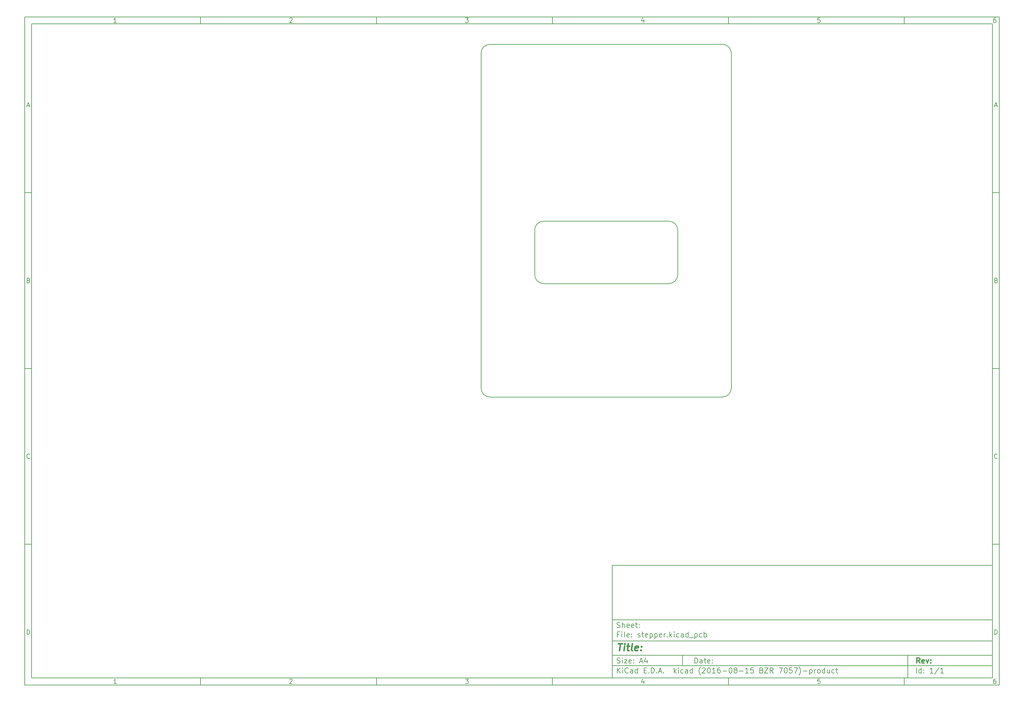
<source format=gbr>
G04 #@! TF.FileFunction,Profile,NP*
%FSLAX46Y46*%
G04 Gerber Fmt 4.6, Leading zero omitted, Abs format (unit mm)*
G04 Created by KiCad (PCBNEW (2016-08-15 BZR 7057)-product) date Tue Nov  8 12:42:18 2016*
%MOMM*%
%LPD*%
G01*
G04 APERTURE LIST*
%ADD10C,0.100000*%
%ADD11C,0.150000*%
%ADD12C,0.300000*%
%ADD13C,0.400000*%
G04 APERTURE END LIST*
D10*
D11*
X177002200Y-166007200D02*
X177002200Y-198007200D01*
X285002200Y-198007200D01*
X285002200Y-166007200D01*
X177002200Y-166007200D01*
D10*
D11*
X10000000Y-10000000D02*
X10000000Y-200007200D01*
X287002200Y-200007200D01*
X287002200Y-10000000D01*
X10000000Y-10000000D01*
D10*
D11*
X12000000Y-12000000D02*
X12000000Y-198007200D01*
X285002200Y-198007200D01*
X285002200Y-12000000D01*
X12000000Y-12000000D01*
D10*
D11*
X60000000Y-12000000D02*
X60000000Y-10000000D01*
D10*
D11*
X110000000Y-12000000D02*
X110000000Y-10000000D01*
D10*
D11*
X160000000Y-12000000D02*
X160000000Y-10000000D01*
D10*
D11*
X210000000Y-12000000D02*
X210000000Y-10000000D01*
D10*
D11*
X260000000Y-12000000D02*
X260000000Y-10000000D01*
D10*
D11*
X36065476Y-11588095D02*
X35322619Y-11588095D01*
X35694047Y-11588095D02*
X35694047Y-10288095D01*
X35570238Y-10473809D01*
X35446428Y-10597619D01*
X35322619Y-10659523D01*
D10*
D11*
X85322619Y-10411904D02*
X85384523Y-10350000D01*
X85508333Y-10288095D01*
X85817857Y-10288095D01*
X85941666Y-10350000D01*
X86003571Y-10411904D01*
X86065476Y-10535714D01*
X86065476Y-10659523D01*
X86003571Y-10845238D01*
X85260714Y-11588095D01*
X86065476Y-11588095D01*
D10*
D11*
X135260714Y-10288095D02*
X136065476Y-10288095D01*
X135632142Y-10783333D01*
X135817857Y-10783333D01*
X135941666Y-10845238D01*
X136003571Y-10907142D01*
X136065476Y-11030952D01*
X136065476Y-11340476D01*
X136003571Y-11464285D01*
X135941666Y-11526190D01*
X135817857Y-11588095D01*
X135446428Y-11588095D01*
X135322619Y-11526190D01*
X135260714Y-11464285D01*
D10*
D11*
X185941666Y-10721428D02*
X185941666Y-11588095D01*
X185632142Y-10226190D02*
X185322619Y-11154761D01*
X186127380Y-11154761D01*
D10*
D11*
X236003571Y-10288095D02*
X235384523Y-10288095D01*
X235322619Y-10907142D01*
X235384523Y-10845238D01*
X235508333Y-10783333D01*
X235817857Y-10783333D01*
X235941666Y-10845238D01*
X236003571Y-10907142D01*
X236065476Y-11030952D01*
X236065476Y-11340476D01*
X236003571Y-11464285D01*
X235941666Y-11526190D01*
X235817857Y-11588095D01*
X235508333Y-11588095D01*
X235384523Y-11526190D01*
X235322619Y-11464285D01*
D10*
D11*
X285941666Y-10288095D02*
X285694047Y-10288095D01*
X285570238Y-10350000D01*
X285508333Y-10411904D01*
X285384523Y-10597619D01*
X285322619Y-10845238D01*
X285322619Y-11340476D01*
X285384523Y-11464285D01*
X285446428Y-11526190D01*
X285570238Y-11588095D01*
X285817857Y-11588095D01*
X285941666Y-11526190D01*
X286003571Y-11464285D01*
X286065476Y-11340476D01*
X286065476Y-11030952D01*
X286003571Y-10907142D01*
X285941666Y-10845238D01*
X285817857Y-10783333D01*
X285570238Y-10783333D01*
X285446428Y-10845238D01*
X285384523Y-10907142D01*
X285322619Y-11030952D01*
D10*
D11*
X60000000Y-198007200D02*
X60000000Y-200007200D01*
D10*
D11*
X110000000Y-198007200D02*
X110000000Y-200007200D01*
D10*
D11*
X160000000Y-198007200D02*
X160000000Y-200007200D01*
D10*
D11*
X210000000Y-198007200D02*
X210000000Y-200007200D01*
D10*
D11*
X260000000Y-198007200D02*
X260000000Y-200007200D01*
D10*
D11*
X36065476Y-199595295D02*
X35322619Y-199595295D01*
X35694047Y-199595295D02*
X35694047Y-198295295D01*
X35570238Y-198481009D01*
X35446428Y-198604819D01*
X35322619Y-198666723D01*
D10*
D11*
X85322619Y-198419104D02*
X85384523Y-198357200D01*
X85508333Y-198295295D01*
X85817857Y-198295295D01*
X85941666Y-198357200D01*
X86003571Y-198419104D01*
X86065476Y-198542914D01*
X86065476Y-198666723D01*
X86003571Y-198852438D01*
X85260714Y-199595295D01*
X86065476Y-199595295D01*
D10*
D11*
X135260714Y-198295295D02*
X136065476Y-198295295D01*
X135632142Y-198790533D01*
X135817857Y-198790533D01*
X135941666Y-198852438D01*
X136003571Y-198914342D01*
X136065476Y-199038152D01*
X136065476Y-199347676D01*
X136003571Y-199471485D01*
X135941666Y-199533390D01*
X135817857Y-199595295D01*
X135446428Y-199595295D01*
X135322619Y-199533390D01*
X135260714Y-199471485D01*
D10*
D11*
X185941666Y-198728628D02*
X185941666Y-199595295D01*
X185632142Y-198233390D02*
X185322619Y-199161961D01*
X186127380Y-199161961D01*
D10*
D11*
X236003571Y-198295295D02*
X235384523Y-198295295D01*
X235322619Y-198914342D01*
X235384523Y-198852438D01*
X235508333Y-198790533D01*
X235817857Y-198790533D01*
X235941666Y-198852438D01*
X236003571Y-198914342D01*
X236065476Y-199038152D01*
X236065476Y-199347676D01*
X236003571Y-199471485D01*
X235941666Y-199533390D01*
X235817857Y-199595295D01*
X235508333Y-199595295D01*
X235384523Y-199533390D01*
X235322619Y-199471485D01*
D10*
D11*
X285941666Y-198295295D02*
X285694047Y-198295295D01*
X285570238Y-198357200D01*
X285508333Y-198419104D01*
X285384523Y-198604819D01*
X285322619Y-198852438D01*
X285322619Y-199347676D01*
X285384523Y-199471485D01*
X285446428Y-199533390D01*
X285570238Y-199595295D01*
X285817857Y-199595295D01*
X285941666Y-199533390D01*
X286003571Y-199471485D01*
X286065476Y-199347676D01*
X286065476Y-199038152D01*
X286003571Y-198914342D01*
X285941666Y-198852438D01*
X285817857Y-198790533D01*
X285570238Y-198790533D01*
X285446428Y-198852438D01*
X285384523Y-198914342D01*
X285322619Y-199038152D01*
D10*
D11*
X10000000Y-60000000D02*
X12000000Y-60000000D01*
D10*
D11*
X10000000Y-110000000D02*
X12000000Y-110000000D01*
D10*
D11*
X10000000Y-160000000D02*
X12000000Y-160000000D01*
D10*
D11*
X10690476Y-35216666D02*
X11309523Y-35216666D01*
X10566666Y-35588095D02*
X11000000Y-34288095D01*
X11433333Y-35588095D01*
D10*
D11*
X11092857Y-84907142D02*
X11278571Y-84969047D01*
X11340476Y-85030952D01*
X11402380Y-85154761D01*
X11402380Y-85340476D01*
X11340476Y-85464285D01*
X11278571Y-85526190D01*
X11154761Y-85588095D01*
X10659523Y-85588095D01*
X10659523Y-84288095D01*
X11092857Y-84288095D01*
X11216666Y-84350000D01*
X11278571Y-84411904D01*
X11340476Y-84535714D01*
X11340476Y-84659523D01*
X11278571Y-84783333D01*
X11216666Y-84845238D01*
X11092857Y-84907142D01*
X10659523Y-84907142D01*
D10*
D11*
X11402380Y-135464285D02*
X11340476Y-135526190D01*
X11154761Y-135588095D01*
X11030952Y-135588095D01*
X10845238Y-135526190D01*
X10721428Y-135402380D01*
X10659523Y-135278571D01*
X10597619Y-135030952D01*
X10597619Y-134845238D01*
X10659523Y-134597619D01*
X10721428Y-134473809D01*
X10845238Y-134350000D01*
X11030952Y-134288095D01*
X11154761Y-134288095D01*
X11340476Y-134350000D01*
X11402380Y-134411904D01*
D10*
D11*
X10659523Y-185588095D02*
X10659523Y-184288095D01*
X10969047Y-184288095D01*
X11154761Y-184350000D01*
X11278571Y-184473809D01*
X11340476Y-184597619D01*
X11402380Y-184845238D01*
X11402380Y-185030952D01*
X11340476Y-185278571D01*
X11278571Y-185402380D01*
X11154761Y-185526190D01*
X10969047Y-185588095D01*
X10659523Y-185588095D01*
D10*
D11*
X287002200Y-60000000D02*
X285002200Y-60000000D01*
D10*
D11*
X287002200Y-110000000D02*
X285002200Y-110000000D01*
D10*
D11*
X287002200Y-160000000D02*
X285002200Y-160000000D01*
D10*
D11*
X285692676Y-35216666D02*
X286311723Y-35216666D01*
X285568866Y-35588095D02*
X286002200Y-34288095D01*
X286435533Y-35588095D01*
D10*
D11*
X286095057Y-84907142D02*
X286280771Y-84969047D01*
X286342676Y-85030952D01*
X286404580Y-85154761D01*
X286404580Y-85340476D01*
X286342676Y-85464285D01*
X286280771Y-85526190D01*
X286156961Y-85588095D01*
X285661723Y-85588095D01*
X285661723Y-84288095D01*
X286095057Y-84288095D01*
X286218866Y-84350000D01*
X286280771Y-84411904D01*
X286342676Y-84535714D01*
X286342676Y-84659523D01*
X286280771Y-84783333D01*
X286218866Y-84845238D01*
X286095057Y-84907142D01*
X285661723Y-84907142D01*
D10*
D11*
X286404580Y-135464285D02*
X286342676Y-135526190D01*
X286156961Y-135588095D01*
X286033152Y-135588095D01*
X285847438Y-135526190D01*
X285723628Y-135402380D01*
X285661723Y-135278571D01*
X285599819Y-135030952D01*
X285599819Y-134845238D01*
X285661723Y-134597619D01*
X285723628Y-134473809D01*
X285847438Y-134350000D01*
X286033152Y-134288095D01*
X286156961Y-134288095D01*
X286342676Y-134350000D01*
X286404580Y-134411904D01*
D10*
D11*
X285661723Y-185588095D02*
X285661723Y-184288095D01*
X285971247Y-184288095D01*
X286156961Y-184350000D01*
X286280771Y-184473809D01*
X286342676Y-184597619D01*
X286404580Y-184845238D01*
X286404580Y-185030952D01*
X286342676Y-185278571D01*
X286280771Y-185402380D01*
X286156961Y-185526190D01*
X285971247Y-185588095D01*
X285661723Y-185588095D01*
D10*
D11*
X200434342Y-193785771D02*
X200434342Y-192285771D01*
X200791485Y-192285771D01*
X201005771Y-192357200D01*
X201148628Y-192500057D01*
X201220057Y-192642914D01*
X201291485Y-192928628D01*
X201291485Y-193142914D01*
X201220057Y-193428628D01*
X201148628Y-193571485D01*
X201005771Y-193714342D01*
X200791485Y-193785771D01*
X200434342Y-193785771D01*
X202577200Y-193785771D02*
X202577200Y-193000057D01*
X202505771Y-192857200D01*
X202362914Y-192785771D01*
X202077200Y-192785771D01*
X201934342Y-192857200D01*
X202577200Y-193714342D02*
X202434342Y-193785771D01*
X202077200Y-193785771D01*
X201934342Y-193714342D01*
X201862914Y-193571485D01*
X201862914Y-193428628D01*
X201934342Y-193285771D01*
X202077200Y-193214342D01*
X202434342Y-193214342D01*
X202577200Y-193142914D01*
X203077200Y-192785771D02*
X203648628Y-192785771D01*
X203291485Y-192285771D02*
X203291485Y-193571485D01*
X203362914Y-193714342D01*
X203505771Y-193785771D01*
X203648628Y-193785771D01*
X204720057Y-193714342D02*
X204577200Y-193785771D01*
X204291485Y-193785771D01*
X204148628Y-193714342D01*
X204077200Y-193571485D01*
X204077200Y-193000057D01*
X204148628Y-192857200D01*
X204291485Y-192785771D01*
X204577200Y-192785771D01*
X204720057Y-192857200D01*
X204791485Y-193000057D01*
X204791485Y-193142914D01*
X204077200Y-193285771D01*
X205434342Y-193642914D02*
X205505771Y-193714342D01*
X205434342Y-193785771D01*
X205362914Y-193714342D01*
X205434342Y-193642914D01*
X205434342Y-193785771D01*
X205434342Y-192857200D02*
X205505771Y-192928628D01*
X205434342Y-193000057D01*
X205362914Y-192928628D01*
X205434342Y-192857200D01*
X205434342Y-193000057D01*
D10*
D11*
X177002200Y-194507200D02*
X285002200Y-194507200D01*
D10*
D11*
X178434342Y-196585771D02*
X178434342Y-195085771D01*
X179291485Y-196585771D02*
X178648628Y-195728628D01*
X179291485Y-195085771D02*
X178434342Y-195942914D01*
X179934342Y-196585771D02*
X179934342Y-195585771D01*
X179934342Y-195085771D02*
X179862914Y-195157200D01*
X179934342Y-195228628D01*
X180005771Y-195157200D01*
X179934342Y-195085771D01*
X179934342Y-195228628D01*
X181505771Y-196442914D02*
X181434342Y-196514342D01*
X181220057Y-196585771D01*
X181077200Y-196585771D01*
X180862914Y-196514342D01*
X180720057Y-196371485D01*
X180648628Y-196228628D01*
X180577200Y-195942914D01*
X180577200Y-195728628D01*
X180648628Y-195442914D01*
X180720057Y-195300057D01*
X180862914Y-195157200D01*
X181077200Y-195085771D01*
X181220057Y-195085771D01*
X181434342Y-195157200D01*
X181505771Y-195228628D01*
X182791485Y-196585771D02*
X182791485Y-195800057D01*
X182720057Y-195657200D01*
X182577200Y-195585771D01*
X182291485Y-195585771D01*
X182148628Y-195657200D01*
X182791485Y-196514342D02*
X182648628Y-196585771D01*
X182291485Y-196585771D01*
X182148628Y-196514342D01*
X182077200Y-196371485D01*
X182077200Y-196228628D01*
X182148628Y-196085771D01*
X182291485Y-196014342D01*
X182648628Y-196014342D01*
X182791485Y-195942914D01*
X184148628Y-196585771D02*
X184148628Y-195085771D01*
X184148628Y-196514342D02*
X184005771Y-196585771D01*
X183720057Y-196585771D01*
X183577200Y-196514342D01*
X183505771Y-196442914D01*
X183434342Y-196300057D01*
X183434342Y-195871485D01*
X183505771Y-195728628D01*
X183577200Y-195657200D01*
X183720057Y-195585771D01*
X184005771Y-195585771D01*
X184148628Y-195657200D01*
X186005771Y-195800057D02*
X186505771Y-195800057D01*
X186720057Y-196585771D02*
X186005771Y-196585771D01*
X186005771Y-195085771D01*
X186720057Y-195085771D01*
X187362914Y-196442914D02*
X187434342Y-196514342D01*
X187362914Y-196585771D01*
X187291485Y-196514342D01*
X187362914Y-196442914D01*
X187362914Y-196585771D01*
X188077200Y-196585771D02*
X188077200Y-195085771D01*
X188434342Y-195085771D01*
X188648628Y-195157200D01*
X188791485Y-195300057D01*
X188862914Y-195442914D01*
X188934342Y-195728628D01*
X188934342Y-195942914D01*
X188862914Y-196228628D01*
X188791485Y-196371485D01*
X188648628Y-196514342D01*
X188434342Y-196585771D01*
X188077200Y-196585771D01*
X189577200Y-196442914D02*
X189648628Y-196514342D01*
X189577200Y-196585771D01*
X189505771Y-196514342D01*
X189577200Y-196442914D01*
X189577200Y-196585771D01*
X190220057Y-196157200D02*
X190934342Y-196157200D01*
X190077200Y-196585771D02*
X190577200Y-195085771D01*
X191077200Y-196585771D01*
X191577200Y-196442914D02*
X191648628Y-196514342D01*
X191577200Y-196585771D01*
X191505771Y-196514342D01*
X191577200Y-196442914D01*
X191577200Y-196585771D01*
X194577200Y-196585771D02*
X194577200Y-195085771D01*
X194720057Y-196014342D02*
X195148628Y-196585771D01*
X195148628Y-195585771D02*
X194577200Y-196157200D01*
X195791485Y-196585771D02*
X195791485Y-195585771D01*
X195791485Y-195085771D02*
X195720057Y-195157200D01*
X195791485Y-195228628D01*
X195862914Y-195157200D01*
X195791485Y-195085771D01*
X195791485Y-195228628D01*
X197148628Y-196514342D02*
X197005771Y-196585771D01*
X196720057Y-196585771D01*
X196577200Y-196514342D01*
X196505771Y-196442914D01*
X196434342Y-196300057D01*
X196434342Y-195871485D01*
X196505771Y-195728628D01*
X196577200Y-195657200D01*
X196720057Y-195585771D01*
X197005771Y-195585771D01*
X197148628Y-195657200D01*
X198434342Y-196585771D02*
X198434342Y-195800057D01*
X198362914Y-195657200D01*
X198220057Y-195585771D01*
X197934342Y-195585771D01*
X197791485Y-195657200D01*
X198434342Y-196514342D02*
X198291485Y-196585771D01*
X197934342Y-196585771D01*
X197791485Y-196514342D01*
X197720057Y-196371485D01*
X197720057Y-196228628D01*
X197791485Y-196085771D01*
X197934342Y-196014342D01*
X198291485Y-196014342D01*
X198434342Y-195942914D01*
X199791485Y-196585771D02*
X199791485Y-195085771D01*
X199791485Y-196514342D02*
X199648628Y-196585771D01*
X199362914Y-196585771D01*
X199220057Y-196514342D01*
X199148628Y-196442914D01*
X199077200Y-196300057D01*
X199077200Y-195871485D01*
X199148628Y-195728628D01*
X199220057Y-195657200D01*
X199362914Y-195585771D01*
X199648628Y-195585771D01*
X199791485Y-195657200D01*
X202077200Y-197157200D02*
X202005771Y-197085771D01*
X201862914Y-196871485D01*
X201791485Y-196728628D01*
X201720057Y-196514342D01*
X201648628Y-196157200D01*
X201648628Y-195871485D01*
X201720057Y-195514342D01*
X201791485Y-195300057D01*
X201862914Y-195157200D01*
X202005771Y-194942914D01*
X202077200Y-194871485D01*
X202577200Y-195228628D02*
X202648628Y-195157200D01*
X202791485Y-195085771D01*
X203148628Y-195085771D01*
X203291485Y-195157200D01*
X203362914Y-195228628D01*
X203434342Y-195371485D01*
X203434342Y-195514342D01*
X203362914Y-195728628D01*
X202505771Y-196585771D01*
X203434342Y-196585771D01*
X204362914Y-195085771D02*
X204505771Y-195085771D01*
X204648628Y-195157200D01*
X204720057Y-195228628D01*
X204791485Y-195371485D01*
X204862914Y-195657200D01*
X204862914Y-196014342D01*
X204791485Y-196300057D01*
X204720057Y-196442914D01*
X204648628Y-196514342D01*
X204505771Y-196585771D01*
X204362914Y-196585771D01*
X204220057Y-196514342D01*
X204148628Y-196442914D01*
X204077200Y-196300057D01*
X204005771Y-196014342D01*
X204005771Y-195657200D01*
X204077200Y-195371485D01*
X204148628Y-195228628D01*
X204220057Y-195157200D01*
X204362914Y-195085771D01*
X206291485Y-196585771D02*
X205434342Y-196585771D01*
X205862914Y-196585771D02*
X205862914Y-195085771D01*
X205720057Y-195300057D01*
X205577200Y-195442914D01*
X205434342Y-195514342D01*
X207577200Y-195085771D02*
X207291485Y-195085771D01*
X207148628Y-195157200D01*
X207077200Y-195228628D01*
X206934342Y-195442914D01*
X206862914Y-195728628D01*
X206862914Y-196300057D01*
X206934342Y-196442914D01*
X207005771Y-196514342D01*
X207148628Y-196585771D01*
X207434342Y-196585771D01*
X207577200Y-196514342D01*
X207648628Y-196442914D01*
X207720057Y-196300057D01*
X207720057Y-195942914D01*
X207648628Y-195800057D01*
X207577200Y-195728628D01*
X207434342Y-195657200D01*
X207148628Y-195657200D01*
X207005771Y-195728628D01*
X206934342Y-195800057D01*
X206862914Y-195942914D01*
X208362914Y-196014342D02*
X209505771Y-196014342D01*
X210505771Y-195085771D02*
X210648628Y-195085771D01*
X210791485Y-195157200D01*
X210862914Y-195228628D01*
X210934342Y-195371485D01*
X211005771Y-195657200D01*
X211005771Y-196014342D01*
X210934342Y-196300057D01*
X210862914Y-196442914D01*
X210791485Y-196514342D01*
X210648628Y-196585771D01*
X210505771Y-196585771D01*
X210362914Y-196514342D01*
X210291485Y-196442914D01*
X210220057Y-196300057D01*
X210148628Y-196014342D01*
X210148628Y-195657200D01*
X210220057Y-195371485D01*
X210291485Y-195228628D01*
X210362914Y-195157200D01*
X210505771Y-195085771D01*
X211862914Y-195728628D02*
X211720057Y-195657200D01*
X211648628Y-195585771D01*
X211577200Y-195442914D01*
X211577200Y-195371485D01*
X211648628Y-195228628D01*
X211720057Y-195157200D01*
X211862914Y-195085771D01*
X212148628Y-195085771D01*
X212291485Y-195157200D01*
X212362914Y-195228628D01*
X212434342Y-195371485D01*
X212434342Y-195442914D01*
X212362914Y-195585771D01*
X212291485Y-195657200D01*
X212148628Y-195728628D01*
X211862914Y-195728628D01*
X211720057Y-195800057D01*
X211648628Y-195871485D01*
X211577200Y-196014342D01*
X211577200Y-196300057D01*
X211648628Y-196442914D01*
X211720057Y-196514342D01*
X211862914Y-196585771D01*
X212148628Y-196585771D01*
X212291485Y-196514342D01*
X212362914Y-196442914D01*
X212434342Y-196300057D01*
X212434342Y-196014342D01*
X212362914Y-195871485D01*
X212291485Y-195800057D01*
X212148628Y-195728628D01*
X213077200Y-196014342D02*
X214220057Y-196014342D01*
X215720057Y-196585771D02*
X214862914Y-196585771D01*
X215291485Y-196585771D02*
X215291485Y-195085771D01*
X215148628Y-195300057D01*
X215005771Y-195442914D01*
X214862914Y-195514342D01*
X217077200Y-195085771D02*
X216362914Y-195085771D01*
X216291485Y-195800057D01*
X216362914Y-195728628D01*
X216505771Y-195657200D01*
X216862914Y-195657200D01*
X217005771Y-195728628D01*
X217077200Y-195800057D01*
X217148628Y-195942914D01*
X217148628Y-196300057D01*
X217077200Y-196442914D01*
X217005771Y-196514342D01*
X216862914Y-196585771D01*
X216505771Y-196585771D01*
X216362914Y-196514342D01*
X216291485Y-196442914D01*
X219434342Y-195800057D02*
X219648628Y-195871485D01*
X219720057Y-195942914D01*
X219791485Y-196085771D01*
X219791485Y-196300057D01*
X219720057Y-196442914D01*
X219648628Y-196514342D01*
X219505771Y-196585771D01*
X218934342Y-196585771D01*
X218934342Y-195085771D01*
X219434342Y-195085771D01*
X219577200Y-195157200D01*
X219648628Y-195228628D01*
X219720057Y-195371485D01*
X219720057Y-195514342D01*
X219648628Y-195657200D01*
X219577200Y-195728628D01*
X219434342Y-195800057D01*
X218934342Y-195800057D01*
X220291485Y-195085771D02*
X221291485Y-195085771D01*
X220291485Y-196585771D01*
X221291485Y-196585771D01*
X222720057Y-196585771D02*
X222220057Y-195871485D01*
X221862914Y-196585771D02*
X221862914Y-195085771D01*
X222434342Y-195085771D01*
X222577200Y-195157200D01*
X222648628Y-195228628D01*
X222720057Y-195371485D01*
X222720057Y-195585771D01*
X222648628Y-195728628D01*
X222577200Y-195800057D01*
X222434342Y-195871485D01*
X221862914Y-195871485D01*
X224362914Y-195085771D02*
X225362914Y-195085771D01*
X224720057Y-196585771D01*
X226220057Y-195085771D02*
X226362914Y-195085771D01*
X226505771Y-195157200D01*
X226577200Y-195228628D01*
X226648628Y-195371485D01*
X226720057Y-195657200D01*
X226720057Y-196014342D01*
X226648628Y-196300057D01*
X226577200Y-196442914D01*
X226505771Y-196514342D01*
X226362914Y-196585771D01*
X226220057Y-196585771D01*
X226077200Y-196514342D01*
X226005771Y-196442914D01*
X225934342Y-196300057D01*
X225862914Y-196014342D01*
X225862914Y-195657200D01*
X225934342Y-195371485D01*
X226005771Y-195228628D01*
X226077200Y-195157200D01*
X226220057Y-195085771D01*
X228077200Y-195085771D02*
X227362914Y-195085771D01*
X227291485Y-195800057D01*
X227362914Y-195728628D01*
X227505771Y-195657200D01*
X227862914Y-195657200D01*
X228005771Y-195728628D01*
X228077200Y-195800057D01*
X228148628Y-195942914D01*
X228148628Y-196300057D01*
X228077200Y-196442914D01*
X228005771Y-196514342D01*
X227862914Y-196585771D01*
X227505771Y-196585771D01*
X227362914Y-196514342D01*
X227291485Y-196442914D01*
X228648628Y-195085771D02*
X229648628Y-195085771D01*
X229005771Y-196585771D01*
X230077199Y-197157200D02*
X230148628Y-197085771D01*
X230291485Y-196871485D01*
X230362914Y-196728628D01*
X230434342Y-196514342D01*
X230505771Y-196157200D01*
X230505771Y-195871485D01*
X230434342Y-195514342D01*
X230362914Y-195300057D01*
X230291485Y-195157200D01*
X230148628Y-194942914D01*
X230077199Y-194871485D01*
X231220057Y-196014342D02*
X232362914Y-196014342D01*
X233077199Y-195585771D02*
X233077199Y-197085771D01*
X233077199Y-195657200D02*
X233220057Y-195585771D01*
X233505771Y-195585771D01*
X233648628Y-195657200D01*
X233720057Y-195728628D01*
X233791485Y-195871485D01*
X233791485Y-196300057D01*
X233720057Y-196442914D01*
X233648628Y-196514342D01*
X233505771Y-196585771D01*
X233220057Y-196585771D01*
X233077199Y-196514342D01*
X234434342Y-196585771D02*
X234434342Y-195585771D01*
X234434342Y-195871485D02*
X234505771Y-195728628D01*
X234577199Y-195657200D01*
X234720057Y-195585771D01*
X234862914Y-195585771D01*
X235577199Y-196585771D02*
X235434342Y-196514342D01*
X235362914Y-196442914D01*
X235291485Y-196300057D01*
X235291485Y-195871485D01*
X235362914Y-195728628D01*
X235434342Y-195657200D01*
X235577199Y-195585771D01*
X235791485Y-195585771D01*
X235934342Y-195657200D01*
X236005771Y-195728628D01*
X236077199Y-195871485D01*
X236077199Y-196300057D01*
X236005771Y-196442914D01*
X235934342Y-196514342D01*
X235791485Y-196585771D01*
X235577199Y-196585771D01*
X237362914Y-196585771D02*
X237362914Y-195085771D01*
X237362914Y-196514342D02*
X237220057Y-196585771D01*
X236934342Y-196585771D01*
X236791485Y-196514342D01*
X236720057Y-196442914D01*
X236648628Y-196300057D01*
X236648628Y-195871485D01*
X236720057Y-195728628D01*
X236791485Y-195657200D01*
X236934342Y-195585771D01*
X237220057Y-195585771D01*
X237362914Y-195657200D01*
X238720057Y-195585771D02*
X238720057Y-196585771D01*
X238077199Y-195585771D02*
X238077199Y-196371485D01*
X238148628Y-196514342D01*
X238291485Y-196585771D01*
X238505771Y-196585771D01*
X238648628Y-196514342D01*
X238720057Y-196442914D01*
X240077199Y-196514342D02*
X239934342Y-196585771D01*
X239648628Y-196585771D01*
X239505771Y-196514342D01*
X239434342Y-196442914D01*
X239362914Y-196300057D01*
X239362914Y-195871485D01*
X239434342Y-195728628D01*
X239505771Y-195657200D01*
X239648628Y-195585771D01*
X239934342Y-195585771D01*
X240077199Y-195657200D01*
X240505771Y-195585771D02*
X241077199Y-195585771D01*
X240720057Y-195085771D02*
X240720057Y-196371485D01*
X240791485Y-196514342D01*
X240934342Y-196585771D01*
X241077199Y-196585771D01*
D10*
D11*
X177002200Y-191507200D02*
X285002200Y-191507200D01*
D10*
D12*
X264411485Y-193785771D02*
X263911485Y-193071485D01*
X263554342Y-193785771D02*
X263554342Y-192285771D01*
X264125771Y-192285771D01*
X264268628Y-192357200D01*
X264340057Y-192428628D01*
X264411485Y-192571485D01*
X264411485Y-192785771D01*
X264340057Y-192928628D01*
X264268628Y-193000057D01*
X264125771Y-193071485D01*
X263554342Y-193071485D01*
X265625771Y-193714342D02*
X265482914Y-193785771D01*
X265197200Y-193785771D01*
X265054342Y-193714342D01*
X264982914Y-193571485D01*
X264982914Y-193000057D01*
X265054342Y-192857200D01*
X265197200Y-192785771D01*
X265482914Y-192785771D01*
X265625771Y-192857200D01*
X265697200Y-193000057D01*
X265697200Y-193142914D01*
X264982914Y-193285771D01*
X266197200Y-192785771D02*
X266554342Y-193785771D01*
X266911485Y-192785771D01*
X267482914Y-193642914D02*
X267554342Y-193714342D01*
X267482914Y-193785771D01*
X267411485Y-193714342D01*
X267482914Y-193642914D01*
X267482914Y-193785771D01*
X267482914Y-192857200D02*
X267554342Y-192928628D01*
X267482914Y-193000057D01*
X267411485Y-192928628D01*
X267482914Y-192857200D01*
X267482914Y-193000057D01*
D10*
D11*
X178362914Y-193714342D02*
X178577200Y-193785771D01*
X178934342Y-193785771D01*
X179077200Y-193714342D01*
X179148628Y-193642914D01*
X179220057Y-193500057D01*
X179220057Y-193357200D01*
X179148628Y-193214342D01*
X179077200Y-193142914D01*
X178934342Y-193071485D01*
X178648628Y-193000057D01*
X178505771Y-192928628D01*
X178434342Y-192857200D01*
X178362914Y-192714342D01*
X178362914Y-192571485D01*
X178434342Y-192428628D01*
X178505771Y-192357200D01*
X178648628Y-192285771D01*
X179005771Y-192285771D01*
X179220057Y-192357200D01*
X179862914Y-193785771D02*
X179862914Y-192785771D01*
X179862914Y-192285771D02*
X179791485Y-192357200D01*
X179862914Y-192428628D01*
X179934342Y-192357200D01*
X179862914Y-192285771D01*
X179862914Y-192428628D01*
X180434342Y-192785771D02*
X181220057Y-192785771D01*
X180434342Y-193785771D01*
X181220057Y-193785771D01*
X182362914Y-193714342D02*
X182220057Y-193785771D01*
X181934342Y-193785771D01*
X181791485Y-193714342D01*
X181720057Y-193571485D01*
X181720057Y-193000057D01*
X181791485Y-192857200D01*
X181934342Y-192785771D01*
X182220057Y-192785771D01*
X182362914Y-192857200D01*
X182434342Y-193000057D01*
X182434342Y-193142914D01*
X181720057Y-193285771D01*
X183077200Y-193642914D02*
X183148628Y-193714342D01*
X183077200Y-193785771D01*
X183005771Y-193714342D01*
X183077200Y-193642914D01*
X183077200Y-193785771D01*
X183077200Y-192857200D02*
X183148628Y-192928628D01*
X183077200Y-193000057D01*
X183005771Y-192928628D01*
X183077200Y-192857200D01*
X183077200Y-193000057D01*
X184862914Y-193357200D02*
X185577200Y-193357200D01*
X184720057Y-193785771D02*
X185220057Y-192285771D01*
X185720057Y-193785771D01*
X186862914Y-192785771D02*
X186862914Y-193785771D01*
X186505771Y-192214342D02*
X186148628Y-193285771D01*
X187077200Y-193285771D01*
D10*
D11*
X263434342Y-196585771D02*
X263434342Y-195085771D01*
X264791485Y-196585771D02*
X264791485Y-195085771D01*
X264791485Y-196514342D02*
X264648628Y-196585771D01*
X264362914Y-196585771D01*
X264220057Y-196514342D01*
X264148628Y-196442914D01*
X264077200Y-196300057D01*
X264077200Y-195871485D01*
X264148628Y-195728628D01*
X264220057Y-195657200D01*
X264362914Y-195585771D01*
X264648628Y-195585771D01*
X264791485Y-195657200D01*
X265505771Y-196442914D02*
X265577200Y-196514342D01*
X265505771Y-196585771D01*
X265434342Y-196514342D01*
X265505771Y-196442914D01*
X265505771Y-196585771D01*
X265505771Y-195657200D02*
X265577200Y-195728628D01*
X265505771Y-195800057D01*
X265434342Y-195728628D01*
X265505771Y-195657200D01*
X265505771Y-195800057D01*
X268148628Y-196585771D02*
X267291485Y-196585771D01*
X267720057Y-196585771D02*
X267720057Y-195085771D01*
X267577200Y-195300057D01*
X267434342Y-195442914D01*
X267291485Y-195514342D01*
X269862914Y-195014342D02*
X268577200Y-196942914D01*
X271148628Y-196585771D02*
X270291485Y-196585771D01*
X270720057Y-196585771D02*
X270720057Y-195085771D01*
X270577200Y-195300057D01*
X270434342Y-195442914D01*
X270291485Y-195514342D01*
D10*
D11*
X177002200Y-187507200D02*
X285002200Y-187507200D01*
D10*
D13*
X178714580Y-188211961D02*
X179857438Y-188211961D01*
X179036009Y-190211961D02*
X179286009Y-188211961D01*
X180274104Y-190211961D02*
X180440771Y-188878628D01*
X180524104Y-188211961D02*
X180416961Y-188307200D01*
X180500295Y-188402438D01*
X180607438Y-188307200D01*
X180524104Y-188211961D01*
X180500295Y-188402438D01*
X181107438Y-188878628D02*
X181869342Y-188878628D01*
X181476485Y-188211961D02*
X181262200Y-189926247D01*
X181333628Y-190116723D01*
X181512200Y-190211961D01*
X181702676Y-190211961D01*
X182655057Y-190211961D02*
X182476485Y-190116723D01*
X182405057Y-189926247D01*
X182619342Y-188211961D01*
X184190771Y-190116723D02*
X183988390Y-190211961D01*
X183607438Y-190211961D01*
X183428866Y-190116723D01*
X183357438Y-189926247D01*
X183452676Y-189164342D01*
X183571723Y-188973866D01*
X183774104Y-188878628D01*
X184155057Y-188878628D01*
X184333628Y-188973866D01*
X184405057Y-189164342D01*
X184381247Y-189354819D01*
X183405057Y-189545295D01*
X185155057Y-190021485D02*
X185238390Y-190116723D01*
X185131247Y-190211961D01*
X185047914Y-190116723D01*
X185155057Y-190021485D01*
X185131247Y-190211961D01*
X185286009Y-188973866D02*
X185369342Y-189069104D01*
X185262200Y-189164342D01*
X185178866Y-189069104D01*
X185286009Y-188973866D01*
X185262200Y-189164342D01*
D10*
D11*
X178934342Y-185600057D02*
X178434342Y-185600057D01*
X178434342Y-186385771D02*
X178434342Y-184885771D01*
X179148628Y-184885771D01*
X179720057Y-186385771D02*
X179720057Y-185385771D01*
X179720057Y-184885771D02*
X179648628Y-184957200D01*
X179720057Y-185028628D01*
X179791485Y-184957200D01*
X179720057Y-184885771D01*
X179720057Y-185028628D01*
X180648628Y-186385771D02*
X180505771Y-186314342D01*
X180434342Y-186171485D01*
X180434342Y-184885771D01*
X181791485Y-186314342D02*
X181648628Y-186385771D01*
X181362914Y-186385771D01*
X181220057Y-186314342D01*
X181148628Y-186171485D01*
X181148628Y-185600057D01*
X181220057Y-185457200D01*
X181362914Y-185385771D01*
X181648628Y-185385771D01*
X181791485Y-185457200D01*
X181862914Y-185600057D01*
X181862914Y-185742914D01*
X181148628Y-185885771D01*
X182505771Y-186242914D02*
X182577200Y-186314342D01*
X182505771Y-186385771D01*
X182434342Y-186314342D01*
X182505771Y-186242914D01*
X182505771Y-186385771D01*
X182505771Y-185457200D02*
X182577200Y-185528628D01*
X182505771Y-185600057D01*
X182434342Y-185528628D01*
X182505771Y-185457200D01*
X182505771Y-185600057D01*
X184291485Y-186314342D02*
X184434342Y-186385771D01*
X184720057Y-186385771D01*
X184862914Y-186314342D01*
X184934342Y-186171485D01*
X184934342Y-186100057D01*
X184862914Y-185957200D01*
X184720057Y-185885771D01*
X184505771Y-185885771D01*
X184362914Y-185814342D01*
X184291485Y-185671485D01*
X184291485Y-185600057D01*
X184362914Y-185457200D01*
X184505771Y-185385771D01*
X184720057Y-185385771D01*
X184862914Y-185457200D01*
X185362914Y-185385771D02*
X185934342Y-185385771D01*
X185577200Y-184885771D02*
X185577200Y-186171485D01*
X185648628Y-186314342D01*
X185791485Y-186385771D01*
X185934342Y-186385771D01*
X187005771Y-186314342D02*
X186862914Y-186385771D01*
X186577200Y-186385771D01*
X186434342Y-186314342D01*
X186362914Y-186171485D01*
X186362914Y-185600057D01*
X186434342Y-185457200D01*
X186577200Y-185385771D01*
X186862914Y-185385771D01*
X187005771Y-185457200D01*
X187077200Y-185600057D01*
X187077200Y-185742914D01*
X186362914Y-185885771D01*
X187720057Y-185385771D02*
X187720057Y-186885771D01*
X187720057Y-185457200D02*
X187862914Y-185385771D01*
X188148628Y-185385771D01*
X188291485Y-185457200D01*
X188362914Y-185528628D01*
X188434342Y-185671485D01*
X188434342Y-186100057D01*
X188362914Y-186242914D01*
X188291485Y-186314342D01*
X188148628Y-186385771D01*
X187862914Y-186385771D01*
X187720057Y-186314342D01*
X189077200Y-185385771D02*
X189077200Y-186885771D01*
X189077200Y-185457200D02*
X189220057Y-185385771D01*
X189505771Y-185385771D01*
X189648628Y-185457200D01*
X189720057Y-185528628D01*
X189791485Y-185671485D01*
X189791485Y-186100057D01*
X189720057Y-186242914D01*
X189648628Y-186314342D01*
X189505771Y-186385771D01*
X189220057Y-186385771D01*
X189077200Y-186314342D01*
X191005771Y-186314342D02*
X190862914Y-186385771D01*
X190577200Y-186385771D01*
X190434342Y-186314342D01*
X190362914Y-186171485D01*
X190362914Y-185600057D01*
X190434342Y-185457200D01*
X190577200Y-185385771D01*
X190862914Y-185385771D01*
X191005771Y-185457200D01*
X191077200Y-185600057D01*
X191077200Y-185742914D01*
X190362914Y-185885771D01*
X191720057Y-186385771D02*
X191720057Y-185385771D01*
X191720057Y-185671485D02*
X191791485Y-185528628D01*
X191862914Y-185457200D01*
X192005771Y-185385771D01*
X192148628Y-185385771D01*
X192648628Y-186242914D02*
X192720057Y-186314342D01*
X192648628Y-186385771D01*
X192577200Y-186314342D01*
X192648628Y-186242914D01*
X192648628Y-186385771D01*
X193362914Y-186385771D02*
X193362914Y-184885771D01*
X193505771Y-185814342D02*
X193934342Y-186385771D01*
X193934342Y-185385771D02*
X193362914Y-185957200D01*
X194577200Y-186385771D02*
X194577200Y-185385771D01*
X194577200Y-184885771D02*
X194505771Y-184957200D01*
X194577200Y-185028628D01*
X194648628Y-184957200D01*
X194577200Y-184885771D01*
X194577200Y-185028628D01*
X195934342Y-186314342D02*
X195791485Y-186385771D01*
X195505771Y-186385771D01*
X195362914Y-186314342D01*
X195291485Y-186242914D01*
X195220057Y-186100057D01*
X195220057Y-185671485D01*
X195291485Y-185528628D01*
X195362914Y-185457200D01*
X195505771Y-185385771D01*
X195791485Y-185385771D01*
X195934342Y-185457200D01*
X197220057Y-186385771D02*
X197220057Y-185600057D01*
X197148628Y-185457200D01*
X197005771Y-185385771D01*
X196720057Y-185385771D01*
X196577200Y-185457200D01*
X197220057Y-186314342D02*
X197077200Y-186385771D01*
X196720057Y-186385771D01*
X196577200Y-186314342D01*
X196505771Y-186171485D01*
X196505771Y-186028628D01*
X196577200Y-185885771D01*
X196720057Y-185814342D01*
X197077200Y-185814342D01*
X197220057Y-185742914D01*
X198577200Y-186385771D02*
X198577200Y-184885771D01*
X198577200Y-186314342D02*
X198434342Y-186385771D01*
X198148628Y-186385771D01*
X198005771Y-186314342D01*
X197934342Y-186242914D01*
X197862914Y-186100057D01*
X197862914Y-185671485D01*
X197934342Y-185528628D01*
X198005771Y-185457200D01*
X198148628Y-185385771D01*
X198434342Y-185385771D01*
X198577200Y-185457200D01*
X198934342Y-186528628D02*
X200077200Y-186528628D01*
X200434342Y-185385771D02*
X200434342Y-186885771D01*
X200434342Y-185457200D02*
X200577200Y-185385771D01*
X200862914Y-185385771D01*
X201005771Y-185457200D01*
X201077200Y-185528628D01*
X201148628Y-185671485D01*
X201148628Y-186100057D01*
X201077200Y-186242914D01*
X201005771Y-186314342D01*
X200862914Y-186385771D01*
X200577200Y-186385771D01*
X200434342Y-186314342D01*
X202434342Y-186314342D02*
X202291485Y-186385771D01*
X202005771Y-186385771D01*
X201862914Y-186314342D01*
X201791485Y-186242914D01*
X201720057Y-186100057D01*
X201720057Y-185671485D01*
X201791485Y-185528628D01*
X201862914Y-185457200D01*
X202005771Y-185385771D01*
X202291485Y-185385771D01*
X202434342Y-185457200D01*
X203077200Y-186385771D02*
X203077200Y-184885771D01*
X203077200Y-185457200D02*
X203220057Y-185385771D01*
X203505771Y-185385771D01*
X203648628Y-185457200D01*
X203720057Y-185528628D01*
X203791485Y-185671485D01*
X203791485Y-186100057D01*
X203720057Y-186242914D01*
X203648628Y-186314342D01*
X203505771Y-186385771D01*
X203220057Y-186385771D01*
X203077200Y-186314342D01*
D10*
D11*
X177002200Y-181507200D02*
X285002200Y-181507200D01*
D10*
D11*
X178362914Y-183614342D02*
X178577200Y-183685771D01*
X178934342Y-183685771D01*
X179077200Y-183614342D01*
X179148628Y-183542914D01*
X179220057Y-183400057D01*
X179220057Y-183257200D01*
X179148628Y-183114342D01*
X179077200Y-183042914D01*
X178934342Y-182971485D01*
X178648628Y-182900057D01*
X178505771Y-182828628D01*
X178434342Y-182757200D01*
X178362914Y-182614342D01*
X178362914Y-182471485D01*
X178434342Y-182328628D01*
X178505771Y-182257200D01*
X178648628Y-182185771D01*
X179005771Y-182185771D01*
X179220057Y-182257200D01*
X179862914Y-183685771D02*
X179862914Y-182185771D01*
X180505771Y-183685771D02*
X180505771Y-182900057D01*
X180434342Y-182757200D01*
X180291485Y-182685771D01*
X180077200Y-182685771D01*
X179934342Y-182757200D01*
X179862914Y-182828628D01*
X181791485Y-183614342D02*
X181648628Y-183685771D01*
X181362914Y-183685771D01*
X181220057Y-183614342D01*
X181148628Y-183471485D01*
X181148628Y-182900057D01*
X181220057Y-182757200D01*
X181362914Y-182685771D01*
X181648628Y-182685771D01*
X181791485Y-182757200D01*
X181862914Y-182900057D01*
X181862914Y-183042914D01*
X181148628Y-183185771D01*
X183077200Y-183614342D02*
X182934342Y-183685771D01*
X182648628Y-183685771D01*
X182505771Y-183614342D01*
X182434342Y-183471485D01*
X182434342Y-182900057D01*
X182505771Y-182757200D01*
X182648628Y-182685771D01*
X182934342Y-182685771D01*
X183077200Y-182757200D01*
X183148628Y-182900057D01*
X183148628Y-183042914D01*
X182434342Y-183185771D01*
X183577200Y-182685771D02*
X184148628Y-182685771D01*
X183791485Y-182185771D02*
X183791485Y-183471485D01*
X183862914Y-183614342D01*
X184005771Y-183685771D01*
X184148628Y-183685771D01*
X184648628Y-183542914D02*
X184720057Y-183614342D01*
X184648628Y-183685771D01*
X184577200Y-183614342D01*
X184648628Y-183542914D01*
X184648628Y-183685771D01*
X184648628Y-182757200D02*
X184720057Y-182828628D01*
X184648628Y-182900057D01*
X184577200Y-182828628D01*
X184648628Y-182757200D01*
X184648628Y-182900057D01*
D10*
D11*
X197002200Y-191507200D02*
X197002200Y-194507200D01*
D10*
D11*
X261002200Y-191507200D02*
X261002200Y-198007200D01*
X139700000Y-115570000D02*
G75*
G03X142240000Y-118110000I2540000J0D01*
G01*
X208280000Y-118110000D02*
G75*
G03X210820000Y-115570000I0J2540000D01*
G01*
X142240000Y-17780000D02*
G75*
G03X139700000Y-20320000I0J-2540000D01*
G01*
X210820000Y-115570000D02*
X210820000Y-20320000D01*
X210820000Y-20320000D02*
G75*
G03X208280000Y-17780000I-2540000J0D01*
G01*
X142240000Y-118110000D02*
X208280000Y-118110000D01*
X139700000Y-20320000D02*
X139700000Y-115570000D01*
X208280000Y-17780000D02*
X142240000Y-17780000D01*
X154940000Y-83312000D02*
G75*
G03X157480000Y-85852000I2540000J0D01*
G01*
X157480000Y-68072000D02*
G75*
G03X154940000Y-70612000I0J-2540000D01*
G01*
X193040000Y-85852000D02*
G75*
G03X195580000Y-83312000I0J2540000D01*
G01*
X195580000Y-70612000D02*
G75*
G03X193040000Y-68072000I-2540000J0D01*
G01*
X195580000Y-70612000D02*
X195580000Y-83312000D01*
X193040000Y-85852000D02*
X157480000Y-85852000D01*
X154940000Y-83312000D02*
X154940000Y-70612000D01*
X193040000Y-68072000D02*
X157480000Y-68072000D01*
M02*

</source>
